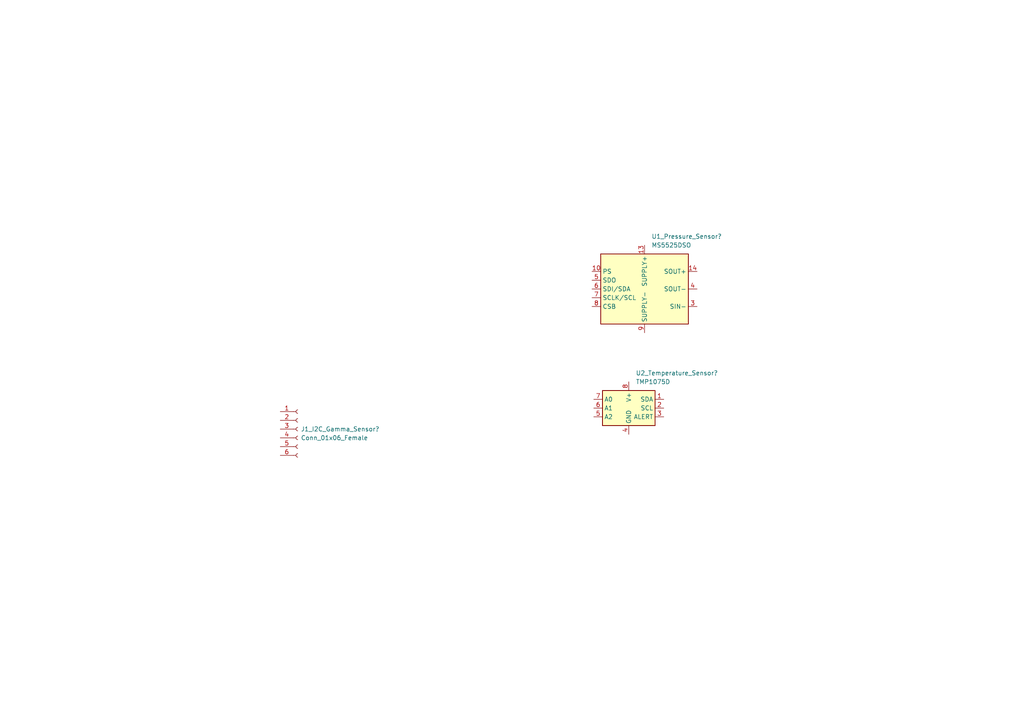
<source format=kicad_sch>
(kicad_sch (version 20211123) (generator eeschema)

  (uuid 3f7be251-bcb4-4dc7-9cf9-fbd65b1850d8)

  (paper "A4")

  (lib_symbols
    (symbol "Connector:Conn_01x06_Female" (pin_names (offset 1.016) hide) (in_bom yes) (on_board yes)
      (property "Reference" "J" (id 0) (at 0 7.62 0)
        (effects (font (size 1.27 1.27)))
      )
      (property "Value" "Conn_01x06_Female" (id 1) (at 0 -10.16 0)
        (effects (font (size 1.27 1.27)))
      )
      (property "Footprint" "" (id 2) (at 0 0 0)
        (effects (font (size 1.27 1.27)) hide)
      )
      (property "Datasheet" "~" (id 3) (at 0 0 0)
        (effects (font (size 1.27 1.27)) hide)
      )
      (property "ki_keywords" "connector" (id 4) (at 0 0 0)
        (effects (font (size 1.27 1.27)) hide)
      )
      (property "ki_description" "Generic connector, single row, 01x06, script generated (kicad-library-utils/schlib/autogen/connector/)" (id 5) (at 0 0 0)
        (effects (font (size 1.27 1.27)) hide)
      )
      (property "ki_fp_filters" "Connector*:*_1x??_*" (id 6) (at 0 0 0)
        (effects (font (size 1.27 1.27)) hide)
      )
      (symbol "Conn_01x06_Female_1_1"
        (arc (start 0 -7.112) (mid -0.508 -7.62) (end 0 -8.128)
          (stroke (width 0.1524) (type default) (color 0 0 0 0))
          (fill (type none))
        )
        (arc (start 0 -4.572) (mid -0.508 -5.08) (end 0 -5.588)
          (stroke (width 0.1524) (type default) (color 0 0 0 0))
          (fill (type none))
        )
        (arc (start 0 -2.032) (mid -0.508 -2.54) (end 0 -3.048)
          (stroke (width 0.1524) (type default) (color 0 0 0 0))
          (fill (type none))
        )
        (polyline
          (pts
            (xy -1.27 -7.62)
            (xy -0.508 -7.62)
          )
          (stroke (width 0.1524) (type default) (color 0 0 0 0))
          (fill (type none))
        )
        (polyline
          (pts
            (xy -1.27 -5.08)
            (xy -0.508 -5.08)
          )
          (stroke (width 0.1524) (type default) (color 0 0 0 0))
          (fill (type none))
        )
        (polyline
          (pts
            (xy -1.27 -2.54)
            (xy -0.508 -2.54)
          )
          (stroke (width 0.1524) (type default) (color 0 0 0 0))
          (fill (type none))
        )
        (polyline
          (pts
            (xy -1.27 0)
            (xy -0.508 0)
          )
          (stroke (width 0.1524) (type default) (color 0 0 0 0))
          (fill (type none))
        )
        (polyline
          (pts
            (xy -1.27 2.54)
            (xy -0.508 2.54)
          )
          (stroke (width 0.1524) (type default) (color 0 0 0 0))
          (fill (type none))
        )
        (polyline
          (pts
            (xy -1.27 5.08)
            (xy -0.508 5.08)
          )
          (stroke (width 0.1524) (type default) (color 0 0 0 0))
          (fill (type none))
        )
        (arc (start 0 0.508) (mid -0.508 0) (end 0 -0.508)
          (stroke (width 0.1524) (type default) (color 0 0 0 0))
          (fill (type none))
        )
        (arc (start 0 3.048) (mid -0.508 2.54) (end 0 2.032)
          (stroke (width 0.1524) (type default) (color 0 0 0 0))
          (fill (type none))
        )
        (arc (start 0 5.588) (mid -0.508 5.08) (end 0 4.572)
          (stroke (width 0.1524) (type default) (color 0 0 0 0))
          (fill (type none))
        )
        (pin passive line (at -5.08 5.08 0) (length 3.81)
          (name "Pin_1" (effects (font (size 1.27 1.27))))
          (number "1" (effects (font (size 1.27 1.27))))
        )
        (pin passive line (at -5.08 2.54 0) (length 3.81)
          (name "Pin_2" (effects (font (size 1.27 1.27))))
          (number "2" (effects (font (size 1.27 1.27))))
        )
        (pin passive line (at -5.08 0 0) (length 3.81)
          (name "Pin_3" (effects (font (size 1.27 1.27))))
          (number "3" (effects (font (size 1.27 1.27))))
        )
        (pin passive line (at -5.08 -2.54 0) (length 3.81)
          (name "Pin_4" (effects (font (size 1.27 1.27))))
          (number "4" (effects (font (size 1.27 1.27))))
        )
        (pin passive line (at -5.08 -5.08 0) (length 3.81)
          (name "Pin_5" (effects (font (size 1.27 1.27))))
          (number "5" (effects (font (size 1.27 1.27))))
        )
        (pin passive line (at -5.08 -7.62 0) (length 3.81)
          (name "Pin_6" (effects (font (size 1.27 1.27))))
          (number "6" (effects (font (size 1.27 1.27))))
        )
      )
    )
    (symbol "Sensor_Pressure:MS5525DSO" (in_bom yes) (on_board yes)
      (property "Reference" "U" (id 0) (at -10.16 11.43 0)
        (effects (font (size 1.27 1.27)))
      )
      (property "Value" "MS5525DSO" (id 1) (at 8.89 11.43 0)
        (effects (font (size 1.27 1.27)))
      )
      (property "Footprint" "" (id 2) (at 0 -13.97 0)
        (effects (font (size 1.27 1.27)) hide)
      )
      (property "Datasheet" "https://www.te.com/commerce/DocumentDelivery/DDEController?Action=srchrtrv&DocNm=MS5525DSO&DocType=DS&DocLang=English" (id 3) (at 0 -16.51 0)
        (effects (font (size 1.27 1.27)) hide)
      )
      (property "ki_keywords" "24bit low-power I2C SPI" (id 4) (at 0 0 0)
        (effects (font (size 1.27 1.27)) hide)
      )
      (property "ki_description" "Integrated Digital Pressure Sensor" (id 5) (at 0 0 0)
        (effects (font (size 1.27 1.27)) hide)
      )
      (property "ki_fp_filters" "TE?MS5525DSO*DB* TE?MS5525DSO*SB* TE?MS5525DSO*ST* TE?MS5525DSO*DH* TE?MS5525DSO*FT* TE?MS5525DSO*FB*" (id 6) (at 0 0 0)
        (effects (font (size 1.27 1.27)) hide)
      )
      (symbol "MS5525DSO_0_1"
        (rectangle (start -12.7 10.16) (end 12.7 -10.16)
          (stroke (width 0.254) (type default) (color 0 0 0 0))
          (fill (type background))
        )
      )
      (symbol "MS5525DSO_1_1"
        (pin passive line (at 15.24 -5.08 180) (length 2.54) hide
          (name "SIN-" (effects (font (size 1.27 1.27))))
          (number "1" (effects (font (size 1.27 1.27))))
        )
        (pin input line (at -15.24 5.08 0) (length 2.54)
          (name "PS" (effects (font (size 1.27 1.27))))
          (number "10" (effects (font (size 1.27 1.27))))
        )
        (pin passive line (at 0 12.7 270) (length 2.54) hide
          (name "SUPPLY+" (effects (font (size 1.27 1.27))))
          (number "11" (effects (font (size 1.27 1.27))))
        )
        (pin passive line (at 15.24 5.08 180) (length 2.54) hide
          (name "SOUT+" (effects (font (size 1.27 1.27))))
          (number "12" (effects (font (size 1.27 1.27))))
        )
        (pin power_in line (at 0 12.7 270) (length 2.54)
          (name "SUPPLY+" (effects (font (size 1.27 1.27))))
          (number "13" (effects (font (size 1.27 1.27))))
        )
        (pin passive line (at 15.24 5.08 180) (length 2.54)
          (name "SOUT+" (effects (font (size 1.27 1.27))))
          (number "14" (effects (font (size 1.27 1.27))))
        )
        (pin passive line (at 15.24 0 180) (length 2.54) hide
          (name "SOUT-" (effects (font (size 1.27 1.27))))
          (number "2" (effects (font (size 1.27 1.27))))
        )
        (pin passive line (at 15.24 -5.08 180) (length 2.54)
          (name "SIN-" (effects (font (size 1.27 1.27))))
          (number "3" (effects (font (size 1.27 1.27))))
        )
        (pin passive line (at 15.24 0 180) (length 2.54)
          (name "SOUT-" (effects (font (size 1.27 1.27))))
          (number "4" (effects (font (size 1.27 1.27))))
        )
        (pin output line (at -15.24 2.54 0) (length 2.54)
          (name "SDO" (effects (font (size 1.27 1.27))))
          (number "5" (effects (font (size 1.27 1.27))))
        )
        (pin input line (at -15.24 0 0) (length 2.54)
          (name "SDI/SDA" (effects (font (size 1.27 1.27))))
          (number "6" (effects (font (size 1.27 1.27))))
        )
        (pin input line (at -15.24 -2.54 0) (length 2.54)
          (name "SCLK/SCL" (effects (font (size 1.27 1.27))))
          (number "7" (effects (font (size 1.27 1.27))))
        )
        (pin input line (at -15.24 -5.08 0) (length 2.54)
          (name "CSB" (effects (font (size 1.27 1.27))))
          (number "8" (effects (font (size 1.27 1.27))))
        )
        (pin power_in line (at 0 -12.7 90) (length 2.54)
          (name "SUPPLY-" (effects (font (size 1.27 1.27))))
          (number "9" (effects (font (size 1.27 1.27))))
        )
      )
    )
    (symbol "Sensor_Temperature:TMP1075D" (in_bom yes) (on_board yes)
      (property "Reference" "U" (id 0) (at -6.35 6.35 0)
        (effects (font (size 1.27 1.27)))
      )
      (property "Value" "TMP1075D" (id 1) (at 6.35 6.35 0)
        (effects (font (size 1.27 1.27)))
      )
      (property "Footprint" "Package_SO:SO-8_3.9x4.9mm_P1.27mm" (id 2) (at 0 -6.35 0)
        (effects (font (size 1.27 1.27)) hide)
      )
      (property "Datasheet" "https://www.ti.com/lit/gpn/tmp1075" (id 3) (at 0 0 0)
        (effects (font (size 1.27 1.27)) hide)
      )
      (property "ki_keywords" "temperature sensor I2C single channel" (id 4) (at 0 0 0)
        (effects (font (size 1.27 1.27)) hide)
      )
      (property "ki_description" "I2C-bus digital temperature sensor and thermal watchdog, SO-8" (id 5) (at 0 0 0)
        (effects (font (size 1.27 1.27)) hide)
      )
      (property "ki_fp_filters" "SO*3.9x4.9mm*P1.27mm*" (id 6) (at 0 0 0)
        (effects (font (size 1.27 1.27)) hide)
      )
      (symbol "TMP1075D_0_1"
        (rectangle (start -7.62 5.08) (end 7.62 -5.08)
          (stroke (width 0.254) (type default) (color 0 0 0 0))
          (fill (type background))
        )
      )
      (symbol "TMP1075D_1_1"
        (pin bidirectional line (at 10.16 2.54 180) (length 2.54)
          (name "SDA" (effects (font (size 1.27 1.27))))
          (number "1" (effects (font (size 1.27 1.27))))
        )
        (pin input line (at 10.16 0 180) (length 2.54)
          (name "SCL" (effects (font (size 1.27 1.27))))
          (number "2" (effects (font (size 1.27 1.27))))
        )
        (pin open_collector line (at 10.16 -2.54 180) (length 2.54)
          (name "ALERT" (effects (font (size 1.27 1.27))))
          (number "3" (effects (font (size 1.27 1.27))))
        )
        (pin power_in line (at 0 -7.62 90) (length 2.54)
          (name "GND" (effects (font (size 1.27 1.27))))
          (number "4" (effects (font (size 1.27 1.27))))
        )
        (pin input line (at -10.16 -2.54 0) (length 2.54)
          (name "A2" (effects (font (size 1.27 1.27))))
          (number "5" (effects (font (size 1.27 1.27))))
        )
        (pin input line (at -10.16 0 0) (length 2.54)
          (name "A1" (effects (font (size 1.27 1.27))))
          (number "6" (effects (font (size 1.27 1.27))))
        )
        (pin input line (at -10.16 2.54 0) (length 2.54)
          (name "A0" (effects (font (size 1.27 1.27))))
          (number "7" (effects (font (size 1.27 1.27))))
        )
        (pin power_in line (at 0 7.62 270) (length 2.54)
          (name "V+" (effects (font (size 1.27 1.27))))
          (number "8" (effects (font (size 1.27 1.27))))
        )
      )
    )
  )


  (symbol (lib_id "Sensor_Pressure:MS5525DSO") (at 186.944 83.82 0) (unit 1)
    (in_bom yes) (on_board yes) (fields_autoplaced)
    (uuid adbee1bf-d88c-4783-a838-2c603551276b)
    (property "Reference" "U1_Pressure_Sensor?" (id 0) (at 188.9634 68.58 0)
      (effects (font (size 1.27 1.27)) (justify left))
    )
    (property "Value" "MS5525DSO" (id 1) (at 188.9634 71.12 0)
      (effects (font (size 1.27 1.27)) (justify left))
    )
    (property "Footprint" "" (id 2) (at 186.944 97.79 0)
      (effects (font (size 1.27 1.27)) hide)
    )
    (property "Datasheet" "https://www.te.com/commerce/DocumentDelivery/DDEController?Action=srchrtrv&DocNm=MS5525DSO&DocType=DS&DocLang=English" (id 3) (at 186.944 100.33 0)
      (effects (font (size 1.27 1.27)) hide)
    )
    (pin "1" (uuid 38ad10e2-2910-44c8-bdc0-5407a957afed))
    (pin "10" (uuid ee2e1eac-e25d-45a2-a311-26a73bba2d49))
    (pin "11" (uuid 0a8663b6-4935-4567-99a1-8fb19a0ae911))
    (pin "12" (uuid 9a12752e-2ac7-4903-8c15-e6ecb9ca59d7))
    (pin "13" (uuid c85c5874-e862-42d4-a708-5ad3a53cad96))
    (pin "14" (uuid 2fb2b440-a163-4878-8f24-57b8f0c31407))
    (pin "2" (uuid 6ddebe3c-c84e-4efc-9c40-0c0131a753ee))
    (pin "3" (uuid 05eb35ef-8f08-4800-bbf5-4401e0e49392))
    (pin "4" (uuid 4ba28b0d-d21b-4eb2-ad1f-f50a54cb5552))
    (pin "5" (uuid 251b40cf-a883-4d5a-800b-36c8153af58d))
    (pin "6" (uuid f4527734-1143-481c-910b-ed496427c71e))
    (pin "7" (uuid 3405075c-caad-4cef-a6fb-62b207997157))
    (pin "8" (uuid 2b2162ae-2d12-4735-8534-3cf445b2f707))
    (pin "9" (uuid 5eb9cb93-2f25-4f31-b1c8-5f52e635cfcd))
  )

  (symbol (lib_id "Sensor_Temperature:TMP1075D") (at 182.372 118.364 0) (unit 1)
    (in_bom yes) (on_board yes) (fields_autoplaced)
    (uuid b777e41f-e4bb-4932-9d75-ce2dabd6efea)
    (property "Reference" "U2_Temperature_Sensor?" (id 0) (at 184.3914 108.204 0)
      (effects (font (size 1.27 1.27)) (justify left))
    )
    (property "Value" "TMP1075D" (id 1) (at 184.3914 110.744 0)
      (effects (font (size 1.27 1.27)) (justify left))
    )
    (property "Footprint" "Package_SO:SO-8_3.9x4.9mm_P1.27mm" (id 2) (at 182.372 124.714 0)
      (effects (font (size 1.27 1.27)) hide)
    )
    (property "Datasheet" "https://www.ti.com/lit/gpn/tmp1075" (id 3) (at 182.372 118.364 0)
      (effects (font (size 1.27 1.27)) hide)
    )
    (pin "1" (uuid ee58c534-e7a3-40bb-8595-7e8e0b624faa))
    (pin "2" (uuid 81392e5d-443f-4219-a8d8-6055933a2b75))
    (pin "3" (uuid f04b13db-f8ce-4acc-b034-2af826358065))
    (pin "4" (uuid 004add7c-d2ae-4fea-89f9-305fd5754e65))
    (pin "5" (uuid b5048b05-65a1-4218-823c-3add464800b1))
    (pin "6" (uuid cccc5c30-834d-4984-af85-ff126b64fd56))
    (pin "7" (uuid 91fcdf06-15b9-4c78-a92e-4f90f39e3eb0))
    (pin "8" (uuid 601e97db-460d-48ac-8ac9-1823e4ef745f))
  )

  (symbol (lib_id "Connector:Conn_01x06_Female") (at 86.36 124.46 0) (unit 1)
    (in_bom yes) (on_board yes) (fields_autoplaced)
    (uuid eb7f4799-9c5b-4169-b632-4f576f2e8b1d)
    (property "Reference" "J1_I2C_Gamma_Sensor?" (id 0) (at 87.249 124.4599 0)
      (effects (font (size 1.27 1.27)) (justify left))
    )
    (property "Value" "Conn_01x06_Female" (id 1) (at 87.249 126.9999 0)
      (effects (font (size 1.27 1.27)) (justify left))
    )
    (property "Footprint" "" (id 2) (at 86.36 124.46 0))
    (property "Datasheet" "~" (id 3) (at 86.36 124.46 0)
      (effects (font (size 1.27 1.27)) hide)
    )
    (pin "1" (uuid 0bfd9b2b-efc7-4d20-b3b5-5d006fb52de7))
    (pin "2" (uuid f7bcbd68-ab03-4f7f-b0e4-abc65bdc9a05))
    (pin "3" (uuid c4659f7f-e9fd-4e52-b847-ad8a4e1135b1))
    (pin "4" (uuid f8316324-ff91-42aa-ac11-97ec8f62b4f8))
    (pin "5" (uuid 7c8835e7-230b-4542-b7f8-60dfe21df7b1))
    (pin "6" (uuid d7cee068-df28-4bb3-a55b-269f64e0406b))
  )
)

</source>
